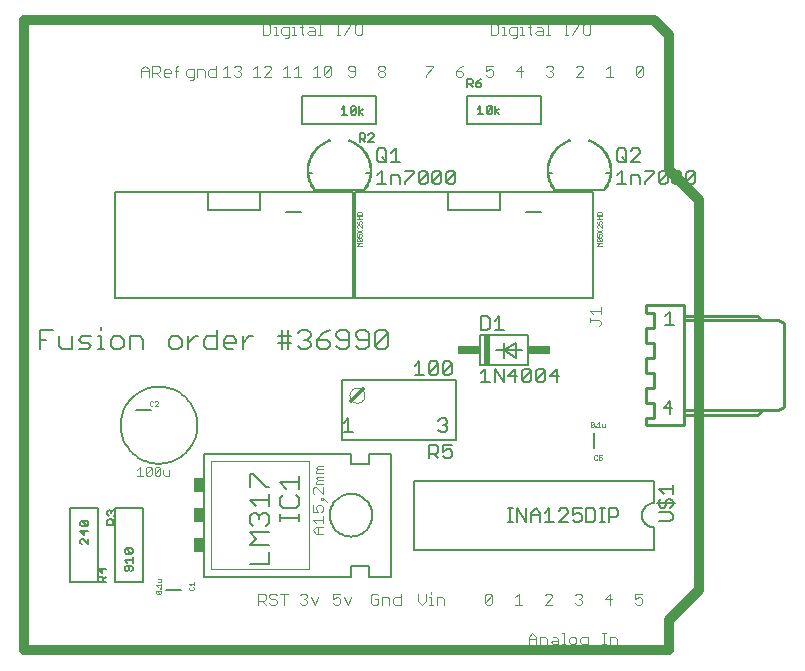
<source format=gto>
G75*
G70*
%OFA0B0*%
%FSLAX24Y24*%
%IPPOS*%
%LPD*%
%AMOC8*
5,1,8,0,0,1.08239X$1,22.5*
%
%ADD10C,0.0320*%
%ADD11C,0.0060*%
%ADD12C,0.0050*%
%ADD13C,0.0030*%
%ADD14C,0.0080*%
%ADD15C,0.0010*%
%ADD16C,0.0020*%
%ADD17C,0.0040*%
%ADD18R,0.0350X0.0500*%
%ADD19C,0.0070*%
%ADD20C,0.0100*%
%ADD21C,0.0120*%
%ADD22R,0.0200X0.1000*%
%ADD23R,0.0750X0.0300*%
D10*
X007206Y000504D02*
X007206Y021504D01*
X028206Y021504D01*
X028706Y021004D01*
X028706Y016504D01*
X029706Y015504D01*
X029706Y002504D01*
X028706Y001504D01*
X028706Y000504D01*
X007206Y000504D01*
D11*
X013206Y002954D02*
X018106Y002954D01*
X018106Y003304D01*
X018706Y003304D01*
X018706Y002954D01*
X019456Y002954D01*
X019456Y007054D01*
X018706Y007054D01*
X018706Y006704D01*
X018106Y006704D01*
X018106Y007054D01*
X013206Y007054D01*
X013206Y002954D01*
X017396Y005004D02*
X017398Y005057D01*
X017404Y005110D01*
X017414Y005162D01*
X017428Y005213D01*
X017445Y005263D01*
X017466Y005312D01*
X017491Y005359D01*
X017519Y005404D01*
X017551Y005447D01*
X017586Y005487D01*
X017623Y005524D01*
X017663Y005559D01*
X017706Y005591D01*
X017751Y005619D01*
X017798Y005644D01*
X017847Y005665D01*
X017897Y005682D01*
X017948Y005696D01*
X018000Y005706D01*
X018053Y005712D01*
X018106Y005714D01*
X018159Y005712D01*
X018212Y005706D01*
X018264Y005696D01*
X018315Y005682D01*
X018365Y005665D01*
X018414Y005644D01*
X018461Y005619D01*
X018506Y005591D01*
X018549Y005559D01*
X018589Y005524D01*
X018626Y005487D01*
X018661Y005447D01*
X018693Y005404D01*
X018721Y005359D01*
X018746Y005312D01*
X018767Y005263D01*
X018784Y005213D01*
X018798Y005162D01*
X018808Y005110D01*
X018814Y005057D01*
X018816Y005004D01*
X018814Y004951D01*
X018808Y004898D01*
X018798Y004846D01*
X018784Y004795D01*
X018767Y004745D01*
X018746Y004696D01*
X018721Y004649D01*
X018693Y004604D01*
X018661Y004561D01*
X018626Y004521D01*
X018589Y004484D01*
X018549Y004449D01*
X018506Y004417D01*
X018461Y004389D01*
X018414Y004364D01*
X018365Y004343D01*
X018315Y004326D01*
X018264Y004312D01*
X018212Y004302D01*
X018159Y004296D01*
X018106Y004294D01*
X018053Y004296D01*
X018000Y004302D01*
X017948Y004312D01*
X017897Y004326D01*
X017847Y004343D01*
X017798Y004364D01*
X017751Y004389D01*
X017706Y004417D01*
X017663Y004449D01*
X017623Y004484D01*
X017586Y004521D01*
X017551Y004561D01*
X017519Y004604D01*
X017491Y004649D01*
X017466Y004696D01*
X017445Y004745D01*
X017428Y004795D01*
X017414Y004846D01*
X017404Y004898D01*
X017398Y004951D01*
X017396Y005004D01*
X020206Y003854D02*
X020206Y006154D01*
X028206Y006154D01*
X028206Y005404D01*
X028167Y005402D01*
X028128Y005396D01*
X028090Y005387D01*
X028053Y005374D01*
X028017Y005357D01*
X027984Y005337D01*
X027952Y005313D01*
X027923Y005287D01*
X027897Y005258D01*
X027873Y005226D01*
X027853Y005193D01*
X027836Y005157D01*
X027823Y005120D01*
X027814Y005082D01*
X027808Y005043D01*
X027806Y005004D01*
X027808Y004965D01*
X027814Y004926D01*
X027823Y004888D01*
X027836Y004851D01*
X027853Y004815D01*
X027873Y004782D01*
X027897Y004750D01*
X027923Y004721D01*
X027952Y004695D01*
X027984Y004671D01*
X028017Y004651D01*
X028053Y004634D01*
X028090Y004621D01*
X028128Y004612D01*
X028167Y004606D01*
X028206Y004604D01*
X028206Y003854D01*
X020206Y003854D01*
X021606Y007504D02*
X017806Y007504D01*
X017806Y009504D01*
X021606Y009504D01*
X021606Y007504D01*
X022406Y010004D02*
X022406Y011004D01*
X024006Y011004D01*
X024006Y010004D01*
X022406Y010004D01*
X023206Y010254D02*
X023206Y010504D01*
X023206Y010754D01*
X023206Y010504D02*
X023606Y010754D01*
X023606Y010254D01*
X023206Y010504D01*
X023806Y010504D01*
X023206Y010504D02*
X022956Y010504D01*
X019335Y010641D02*
X019228Y010534D01*
X019015Y010534D01*
X018908Y010641D01*
X019335Y011068D01*
X019335Y010641D01*
X019335Y011068D02*
X019228Y011174D01*
X019015Y011174D01*
X018908Y011068D01*
X018908Y010641D01*
X018691Y010641D02*
X018691Y011068D01*
X018584Y011174D01*
X018370Y011174D01*
X018264Y011068D01*
X018264Y010961D01*
X018370Y010854D01*
X018691Y010854D01*
X018691Y010641D02*
X018584Y010534D01*
X018370Y010534D01*
X018264Y010641D01*
X018046Y010641D02*
X018046Y011068D01*
X017939Y011174D01*
X017726Y011174D01*
X017619Y011068D01*
X017619Y010961D01*
X017726Y010854D01*
X018046Y010854D01*
X018046Y010641D02*
X017939Y010534D01*
X017726Y010534D01*
X017619Y010641D01*
X017401Y010641D02*
X017401Y010747D01*
X017295Y010854D01*
X016974Y010854D01*
X016974Y010641D01*
X017081Y010534D01*
X017295Y010534D01*
X017401Y010641D01*
X017188Y011068D02*
X016974Y010854D01*
X016757Y010747D02*
X016757Y010641D01*
X016650Y010534D01*
X016437Y010534D01*
X016330Y010641D01*
X016112Y010747D02*
X015685Y010747D01*
X015685Y010961D02*
X016006Y010961D01*
X016112Y010961D01*
X016006Y011174D02*
X016006Y010534D01*
X015792Y010534D02*
X015792Y011174D01*
X016330Y011068D02*
X016437Y011174D01*
X016650Y011174D01*
X016757Y011068D01*
X016757Y010961D01*
X016650Y010854D01*
X016757Y010747D01*
X016650Y010854D02*
X016543Y010854D01*
X017188Y011068D02*
X017401Y011174D01*
X014824Y010961D02*
X014717Y010961D01*
X014504Y010747D01*
X014504Y010534D02*
X014504Y010961D01*
X014286Y010854D02*
X014286Y010747D01*
X013859Y010747D01*
X013859Y010641D02*
X013859Y010854D01*
X013966Y010961D01*
X014180Y010961D01*
X014286Y010854D01*
X014180Y010534D02*
X013966Y010534D01*
X013859Y010641D01*
X013642Y010534D02*
X013321Y010534D01*
X013215Y010641D01*
X013215Y010854D01*
X013321Y010961D01*
X013642Y010961D01*
X013642Y011174D02*
X013642Y010534D01*
X012998Y010961D02*
X012891Y010961D01*
X012678Y010747D01*
X012678Y010534D02*
X012678Y010961D01*
X012460Y010854D02*
X012353Y010961D01*
X012140Y010961D01*
X012033Y010854D01*
X012033Y010641D01*
X012140Y010534D01*
X012353Y010534D01*
X012460Y010641D01*
X012460Y010854D01*
X011171Y010854D02*
X011171Y010534D01*
X011171Y010854D02*
X011064Y010961D01*
X010744Y010961D01*
X010744Y010534D01*
X010527Y010641D02*
X010527Y010854D01*
X010420Y010961D01*
X010206Y010961D01*
X010100Y010854D01*
X010100Y010641D01*
X010206Y010534D01*
X010420Y010534D01*
X010527Y010641D01*
X009883Y010534D02*
X009670Y010534D01*
X009777Y010534D02*
X009777Y010961D01*
X009670Y010961D01*
X009452Y010961D02*
X009132Y010961D01*
X009025Y010854D01*
X009132Y010747D01*
X009346Y010747D01*
X009452Y010641D01*
X009346Y010534D01*
X009025Y010534D01*
X008808Y010534D02*
X008808Y010961D01*
X008381Y010961D02*
X008381Y010641D01*
X008488Y010534D01*
X008808Y010534D01*
X007950Y010854D02*
X007736Y010854D01*
X007736Y010534D02*
X007736Y011174D01*
X008163Y011174D01*
X009777Y011174D02*
X009777Y011281D01*
X016881Y015854D02*
X018531Y015854D01*
X018594Y016404D02*
X018752Y016404D01*
X016819Y016404D02*
X016661Y016404D01*
X024661Y016404D02*
X024819Y016404D01*
X024881Y015854D02*
X026531Y015854D01*
X026594Y016404D02*
X026752Y016404D01*
D12*
X026981Y016329D02*
X027131Y016479D01*
X027131Y016029D01*
X026981Y016029D02*
X027282Y016029D01*
X027442Y016029D02*
X027442Y016329D01*
X027667Y016329D01*
X027742Y016254D01*
X027742Y016029D01*
X027902Y016029D02*
X027902Y016104D01*
X028202Y016404D01*
X028202Y016479D01*
X027902Y016479D01*
X028362Y016404D02*
X028437Y016479D01*
X028588Y016479D01*
X028663Y016404D01*
X028362Y016104D01*
X028437Y016029D01*
X028588Y016029D01*
X028663Y016104D01*
X028663Y016404D01*
X028823Y016404D02*
X028898Y016479D01*
X029048Y016479D01*
X029123Y016404D01*
X028823Y016104D01*
X028898Y016029D01*
X029048Y016029D01*
X029123Y016104D01*
X029123Y016404D01*
X029283Y016404D02*
X029358Y016479D01*
X029508Y016479D01*
X029583Y016404D01*
X029283Y016104D01*
X029358Y016029D01*
X029508Y016029D01*
X029583Y016104D01*
X029583Y016404D01*
X029283Y016404D02*
X029283Y016104D01*
X028823Y016104D02*
X028823Y016404D01*
X028362Y016404D02*
X028362Y016104D01*
X027742Y016779D02*
X027442Y016779D01*
X027742Y017079D01*
X027742Y017154D01*
X027667Y017229D01*
X027517Y017229D01*
X027442Y017154D01*
X027282Y017154D02*
X027282Y016854D01*
X027206Y016779D01*
X027056Y016779D01*
X026981Y016854D01*
X026981Y017154D01*
X027056Y017229D01*
X027206Y017229D01*
X027282Y017154D01*
X027131Y016929D02*
X027282Y016779D01*
X023056Y018379D02*
X022921Y018469D01*
X023056Y018559D01*
X022921Y018649D02*
X022921Y018379D01*
X022806Y018424D02*
X022806Y018604D01*
X022626Y018424D01*
X022671Y018379D01*
X022761Y018379D01*
X022806Y018424D01*
X022626Y018424D02*
X022626Y018604D01*
X022671Y018649D01*
X022761Y018649D01*
X022806Y018604D01*
X022511Y018379D02*
X022331Y018379D01*
X022421Y018379D02*
X022421Y018649D01*
X022331Y018559D01*
X022321Y019279D02*
X022411Y019279D01*
X022456Y019324D01*
X022456Y019369D01*
X022411Y019414D01*
X022276Y019414D01*
X022276Y019324D01*
X022321Y019279D01*
X022276Y019414D02*
X022366Y019504D01*
X022456Y019549D01*
X022161Y019504D02*
X022161Y019414D01*
X022116Y019369D01*
X021981Y019369D01*
X021981Y019279D02*
X021981Y019549D01*
X022116Y019549D01*
X022161Y019504D01*
X022071Y019369D02*
X022161Y019279D01*
X019592Y017229D02*
X019592Y016779D01*
X019442Y016779D02*
X019742Y016779D01*
X019442Y017079D02*
X019592Y017229D01*
X019282Y017154D02*
X019282Y016854D01*
X019206Y016779D01*
X019056Y016779D01*
X018981Y016854D01*
X018981Y017154D01*
X019056Y017229D01*
X019206Y017229D01*
X019282Y017154D01*
X019131Y016929D02*
X019282Y016779D01*
X019131Y016479D02*
X019131Y016029D01*
X018981Y016029D02*
X019282Y016029D01*
X019442Y016029D02*
X019442Y016329D01*
X019667Y016329D01*
X019742Y016254D01*
X019742Y016029D01*
X019902Y016029D02*
X019902Y016104D01*
X020202Y016404D01*
X020202Y016479D01*
X019902Y016479D01*
X020362Y016404D02*
X020362Y016104D01*
X020663Y016404D01*
X020663Y016104D01*
X020588Y016029D01*
X020437Y016029D01*
X020362Y016104D01*
X020823Y016104D02*
X021123Y016404D01*
X021123Y016104D01*
X021048Y016029D01*
X020898Y016029D01*
X020823Y016104D01*
X020823Y016404D01*
X020898Y016479D01*
X021048Y016479D01*
X021123Y016404D01*
X021283Y016404D02*
X021358Y016479D01*
X021508Y016479D01*
X021583Y016404D01*
X021283Y016104D01*
X021358Y016029D01*
X021508Y016029D01*
X021583Y016104D01*
X021583Y016404D01*
X021283Y016404D02*
X021283Y016104D01*
X020663Y016404D02*
X020588Y016479D01*
X020437Y016479D01*
X020362Y016404D01*
X019131Y016479D02*
X018981Y016329D01*
X018867Y017459D02*
X018687Y017459D01*
X018867Y017639D01*
X018867Y017684D01*
X018822Y017729D01*
X018732Y017729D01*
X018687Y017684D01*
X018572Y017684D02*
X018572Y017594D01*
X018527Y017549D01*
X018392Y017549D01*
X018482Y017549D02*
X018572Y017459D01*
X018392Y017459D02*
X018392Y017729D01*
X018527Y017729D01*
X018572Y017684D01*
X018521Y018359D02*
X018386Y018449D01*
X018521Y018539D01*
X018386Y018629D02*
X018386Y018359D01*
X018271Y018404D02*
X018271Y018584D01*
X018091Y018404D01*
X018136Y018359D01*
X018226Y018359D01*
X018271Y018404D01*
X018091Y018404D02*
X018091Y018584D01*
X018136Y018629D01*
X018226Y018629D01*
X018271Y018584D01*
X017977Y018359D02*
X017796Y018359D01*
X017886Y018359D02*
X017886Y018629D01*
X017796Y018539D01*
X022431Y011629D02*
X022656Y011629D01*
X022732Y011554D01*
X022732Y011254D01*
X022656Y011179D01*
X022431Y011179D01*
X022431Y011629D01*
X022892Y011479D02*
X023042Y011629D01*
X023042Y011179D01*
X022892Y011179D02*
X023192Y011179D01*
X021461Y010054D02*
X021161Y009754D01*
X021236Y009679D01*
X021386Y009679D01*
X021461Y009754D01*
X021461Y010054D01*
X021386Y010129D01*
X021236Y010129D01*
X021161Y010054D01*
X021161Y009754D01*
X021001Y009754D02*
X020926Y009679D01*
X020776Y009679D01*
X020701Y009754D01*
X021001Y010054D01*
X021001Y009754D01*
X020701Y009754D02*
X020701Y010054D01*
X020776Y010129D01*
X020926Y010129D01*
X021001Y010054D01*
X020540Y009679D02*
X020240Y009679D01*
X020390Y009679D02*
X020390Y010129D01*
X020240Y009979D01*
X022431Y009729D02*
X022581Y009879D01*
X022581Y009429D01*
X022431Y009429D02*
X022732Y009429D01*
X022892Y009429D02*
X022892Y009879D01*
X023192Y009429D01*
X023192Y009879D01*
X023352Y009654D02*
X023652Y009654D01*
X023812Y009504D02*
X024113Y009804D01*
X024113Y009504D01*
X024038Y009429D01*
X023887Y009429D01*
X023812Y009504D01*
X023812Y009804D01*
X023887Y009879D01*
X024038Y009879D01*
X024113Y009804D01*
X024273Y009804D02*
X024348Y009879D01*
X024498Y009879D01*
X024573Y009804D01*
X024273Y009504D01*
X024348Y009429D01*
X024498Y009429D01*
X024573Y009504D01*
X024573Y009804D01*
X024733Y009654D02*
X025033Y009654D01*
X024958Y009429D02*
X024958Y009879D01*
X024733Y009654D01*
X024273Y009504D02*
X024273Y009804D01*
X023577Y009879D02*
X023577Y009429D01*
X023352Y009654D02*
X023577Y009879D01*
X021321Y008154D02*
X021246Y008229D01*
X021096Y008229D01*
X021021Y008154D01*
X021171Y008004D02*
X021246Y008004D01*
X021321Y007929D01*
X021321Y007854D01*
X021246Y007779D01*
X021096Y007779D01*
X021021Y007854D01*
X021246Y008004D02*
X021321Y008079D01*
X021321Y008154D01*
X021171Y007349D02*
X021171Y007124D01*
X021321Y007199D01*
X021396Y007199D01*
X021471Y007124D01*
X021471Y006974D01*
X021396Y006899D01*
X021246Y006899D01*
X021171Y006974D01*
X021011Y006899D02*
X020861Y007049D01*
X020936Y007049D02*
X020711Y007049D01*
X020711Y006899D02*
X020711Y007349D01*
X020936Y007349D01*
X021011Y007274D01*
X021011Y007124D01*
X020936Y007049D01*
X021171Y007349D02*
X021471Y007349D01*
X023345Y005229D02*
X023495Y005229D01*
X023420Y005229D02*
X023420Y004779D01*
X023345Y004779D02*
X023495Y004779D01*
X023652Y004779D02*
X023652Y005229D01*
X023952Y004779D01*
X023952Y005229D01*
X024112Y005079D02*
X024262Y005229D01*
X024412Y005079D01*
X024412Y004779D01*
X024572Y004779D02*
X024873Y004779D01*
X024722Y004779D02*
X024722Y005229D01*
X024572Y005079D01*
X024412Y005004D02*
X024112Y005004D01*
X024112Y005079D02*
X024112Y004779D01*
X025033Y004779D02*
X025333Y005079D01*
X025333Y005154D01*
X025258Y005229D01*
X025108Y005229D01*
X025033Y005154D01*
X025493Y005229D02*
X025493Y005004D01*
X025643Y005079D01*
X025718Y005079D01*
X025793Y005004D01*
X025793Y004854D01*
X025718Y004779D01*
X025568Y004779D01*
X025493Y004854D01*
X025333Y004779D02*
X025033Y004779D01*
X025493Y005229D02*
X025793Y005229D01*
X025953Y005229D02*
X026179Y005229D01*
X026254Y005154D01*
X026254Y004854D01*
X026179Y004779D01*
X025953Y004779D01*
X025953Y005229D01*
X026414Y005229D02*
X026564Y005229D01*
X026489Y005229D02*
X026489Y004779D01*
X026414Y004779D02*
X026564Y004779D01*
X026721Y004779D02*
X026721Y005229D01*
X026946Y005229D01*
X027021Y005154D01*
X027021Y005004D01*
X026946Y004929D01*
X026721Y004929D01*
X028306Y005408D02*
X028906Y005408D01*
X028831Y005333D02*
X028831Y005483D01*
X028756Y005558D01*
X028681Y005558D01*
X028606Y005483D01*
X028606Y005333D01*
X028531Y005258D01*
X028456Y005258D01*
X028381Y005333D01*
X028381Y005483D01*
X028456Y005558D01*
X028531Y005719D02*
X028381Y005869D01*
X028831Y005869D01*
X028831Y005719D02*
X028831Y006019D01*
X028831Y005333D02*
X028756Y005258D01*
X028756Y005098D02*
X028381Y005098D01*
X028381Y004798D02*
X028756Y004798D01*
X028831Y004873D01*
X028831Y005023D01*
X028756Y005098D01*
X018171Y007779D02*
X017871Y007779D01*
X018021Y007779D02*
X018021Y008229D01*
X017871Y008079D01*
X010831Y003853D02*
X010831Y003763D01*
X010786Y003718D01*
X010606Y003898D01*
X010786Y003898D01*
X010831Y003853D01*
X010786Y003718D02*
X010606Y003718D01*
X010561Y003763D01*
X010561Y003853D01*
X010606Y003898D01*
X010831Y003604D02*
X010831Y003424D01*
X010831Y003514D02*
X010561Y003514D01*
X010651Y003424D01*
X010606Y003309D02*
X010561Y003264D01*
X010561Y003174D01*
X010606Y003129D01*
X010651Y003129D01*
X010696Y003174D01*
X010696Y003309D01*
X010786Y003309D02*
X010606Y003309D01*
X010786Y003309D02*
X010831Y003264D01*
X010831Y003174D01*
X010786Y003129D01*
X009931Y003209D02*
X009661Y003209D01*
X009796Y003074D01*
X009796Y003254D01*
X009796Y002959D02*
X009841Y002914D01*
X009841Y002779D01*
X009841Y002869D02*
X009931Y002959D01*
X009796Y002959D02*
X009706Y002959D01*
X009661Y002914D01*
X009661Y002779D01*
X009931Y002779D01*
X009351Y004045D02*
X009171Y004225D01*
X009126Y004225D01*
X009081Y004180D01*
X009081Y004090D01*
X009126Y004045D01*
X009351Y004045D02*
X009351Y004225D01*
X009216Y004340D02*
X009216Y004520D01*
X009351Y004475D02*
X009081Y004475D01*
X009216Y004340D01*
X009126Y004634D02*
X009081Y004679D01*
X009081Y004769D01*
X009126Y004814D01*
X009306Y004634D01*
X009351Y004679D01*
X009351Y004769D01*
X009306Y004814D01*
X009126Y004814D01*
X009126Y004634D02*
X009306Y004634D01*
X009981Y004690D02*
X009981Y004825D01*
X010026Y004870D01*
X010116Y004870D01*
X010161Y004825D01*
X010161Y004690D01*
X010161Y004780D02*
X010251Y004870D01*
X010206Y004984D02*
X010251Y005029D01*
X010251Y005119D01*
X010206Y005164D01*
X010161Y005164D01*
X010116Y005119D01*
X010116Y005074D01*
X010116Y005119D02*
X010071Y005164D01*
X010026Y005164D01*
X009981Y005119D01*
X009981Y005029D01*
X010026Y004984D01*
X009981Y004690D02*
X010251Y004690D01*
D13*
X010971Y006319D02*
X011165Y006319D01*
X011068Y006319D02*
X011068Y006609D01*
X010971Y006512D01*
X011266Y006561D02*
X011314Y006609D01*
X011411Y006609D01*
X011459Y006561D01*
X011266Y006367D01*
X011314Y006319D01*
X011411Y006319D01*
X011459Y006367D01*
X011459Y006561D01*
X011561Y006561D02*
X011609Y006609D01*
X011706Y006609D01*
X011754Y006561D01*
X011561Y006367D01*
X011609Y006319D01*
X011706Y006319D01*
X011754Y006367D01*
X011754Y006561D01*
X011855Y006512D02*
X011855Y006367D01*
X011904Y006319D01*
X012049Y006319D01*
X012049Y006512D01*
X011561Y006561D02*
X011561Y006367D01*
X011266Y006367D02*
X011266Y006561D01*
X015017Y002389D02*
X015202Y002389D01*
X015264Y002328D01*
X015264Y002204D01*
X015202Y002142D01*
X015017Y002142D01*
X015017Y002019D02*
X015017Y002389D01*
X015141Y002142D02*
X015264Y002019D01*
X015386Y002081D02*
X015447Y002019D01*
X015571Y002019D01*
X015632Y002081D01*
X015632Y002142D01*
X015571Y002204D01*
X015447Y002204D01*
X015386Y002266D01*
X015386Y002328D01*
X015447Y002389D01*
X015571Y002389D01*
X015632Y002328D01*
X015754Y002389D02*
X016001Y002389D01*
X015877Y002389D02*
X015877Y002019D01*
X016403Y002081D02*
X016465Y002019D01*
X016588Y002019D01*
X016650Y002081D01*
X016650Y002142D01*
X016588Y002204D01*
X016527Y002204D01*
X016588Y002204D02*
X016650Y002266D01*
X016650Y002328D01*
X016588Y002389D01*
X016465Y002389D01*
X016403Y002328D01*
X016772Y002266D02*
X016895Y002019D01*
X017018Y002266D01*
X017503Y002204D02*
X017627Y002266D01*
X017688Y002266D01*
X017750Y002204D01*
X017750Y002081D01*
X017688Y002019D01*
X017565Y002019D01*
X017503Y002081D01*
X017503Y002204D02*
X017503Y002389D01*
X017750Y002389D01*
X017872Y002266D02*
X017995Y002019D01*
X018118Y002266D01*
X018775Y002328D02*
X018775Y002081D01*
X018837Y002019D01*
X018960Y002019D01*
X019022Y002081D01*
X019022Y002204D01*
X018899Y002204D01*
X019022Y002328D02*
X018960Y002389D01*
X018837Y002389D01*
X018775Y002328D01*
X019144Y002266D02*
X019144Y002019D01*
X019390Y002019D02*
X019390Y002204D01*
X019329Y002266D01*
X019144Y002266D01*
X019512Y002204D02*
X019512Y002081D01*
X019574Y002019D01*
X019759Y002019D01*
X019759Y002389D01*
X019759Y002266D02*
X019574Y002266D01*
X019512Y002204D01*
X020353Y002142D02*
X020477Y002019D01*
X020600Y002142D01*
X020600Y002389D01*
X020722Y002266D02*
X020783Y002266D01*
X020783Y002019D01*
X020722Y002019D02*
X020845Y002019D01*
X020967Y002019D02*
X020967Y002266D01*
X021152Y002266D01*
X021214Y002204D01*
X021214Y002019D01*
X020783Y002389D02*
X020783Y002451D01*
X020353Y002389D02*
X020353Y002142D01*
X022571Y002081D02*
X022818Y002328D01*
X022818Y002081D01*
X022756Y002019D01*
X022633Y002019D01*
X022571Y002081D01*
X022571Y002328D01*
X022633Y002389D01*
X022756Y002389D01*
X022818Y002328D01*
X023571Y002266D02*
X023695Y002389D01*
X023695Y002019D01*
X023818Y002019D02*
X023571Y002019D01*
X024571Y002019D02*
X024818Y002266D01*
X024818Y002328D01*
X024756Y002389D01*
X024633Y002389D01*
X024571Y002328D01*
X024571Y002019D02*
X024818Y002019D01*
X025571Y002081D02*
X025633Y002019D01*
X025756Y002019D01*
X025818Y002081D01*
X025818Y002142D01*
X025756Y002204D01*
X025695Y002204D01*
X025756Y002204D02*
X025818Y002266D01*
X025818Y002328D01*
X025756Y002389D01*
X025633Y002389D01*
X025571Y002328D01*
X026571Y002204D02*
X026818Y002204D01*
X026756Y002019D02*
X026756Y002389D01*
X026571Y002204D01*
X027571Y002204D02*
X027695Y002266D01*
X027756Y002266D01*
X027818Y002204D01*
X027818Y002081D01*
X027756Y002019D01*
X027633Y002019D01*
X027571Y002081D01*
X027571Y002204D02*
X027571Y002389D01*
X027818Y002389D01*
X026911Y000948D02*
X026726Y000948D01*
X026726Y000701D01*
X026604Y000701D02*
X026481Y000701D01*
X026542Y000701D02*
X026542Y001071D01*
X026481Y001071D02*
X026604Y001071D01*
X026911Y000948D02*
X026973Y000886D01*
X026973Y000701D01*
X025991Y000701D02*
X025806Y000701D01*
X025744Y000763D01*
X025744Y000886D01*
X025806Y000948D01*
X025991Y000948D01*
X025991Y000639D01*
X025929Y000578D01*
X025867Y000578D01*
X025623Y000763D02*
X025623Y000886D01*
X025561Y000948D01*
X025437Y000948D01*
X025376Y000886D01*
X025376Y000763D01*
X025437Y000701D01*
X025561Y000701D01*
X025623Y000763D01*
X025254Y000701D02*
X025130Y000701D01*
X025192Y000701D02*
X025192Y001071D01*
X025130Y001071D01*
X024947Y000948D02*
X025009Y000886D01*
X025009Y000701D01*
X024824Y000701D01*
X024762Y000763D01*
X024824Y000824D01*
X025009Y000824D01*
X024947Y000948D02*
X024824Y000948D01*
X024640Y000886D02*
X024640Y000701D01*
X024640Y000886D02*
X024579Y000948D01*
X024394Y000948D01*
X024394Y000701D01*
X024272Y000701D02*
X024272Y000948D01*
X024149Y001071D01*
X024025Y000948D01*
X024025Y000701D01*
X024025Y000886D02*
X024272Y000886D01*
X012802Y019496D02*
X012740Y019496D01*
X012802Y019496D02*
X012863Y019557D01*
X012863Y019866D01*
X012678Y019866D01*
X012616Y019804D01*
X012616Y019681D01*
X012678Y019619D01*
X012863Y019619D01*
X012985Y019619D02*
X012985Y019866D01*
X013170Y019866D01*
X013232Y019804D01*
X013232Y019619D01*
X013353Y019681D02*
X013353Y019804D01*
X013415Y019866D01*
X013600Y019866D01*
X013600Y019989D02*
X013600Y019619D01*
X013415Y019619D01*
X013353Y019681D01*
X013835Y019619D02*
X014082Y019619D01*
X013958Y019619D02*
X013958Y019989D01*
X013835Y019866D01*
X014203Y019928D02*
X014265Y019989D01*
X014388Y019989D01*
X014450Y019928D01*
X014450Y019866D01*
X014388Y019804D01*
X014450Y019742D01*
X014450Y019681D01*
X014388Y019619D01*
X014265Y019619D01*
X014203Y019681D01*
X014326Y019804D02*
X014388Y019804D01*
X014835Y019866D02*
X014958Y019989D01*
X014958Y019619D01*
X014835Y019619D02*
X015082Y019619D01*
X015203Y019619D02*
X015450Y019866D01*
X015450Y019928D01*
X015388Y019989D01*
X015265Y019989D01*
X015203Y019928D01*
X015203Y019619D02*
X015450Y019619D01*
X015835Y019619D02*
X016082Y019619D01*
X016203Y019619D02*
X016450Y019619D01*
X016326Y019619D02*
X016326Y019989D01*
X016203Y019866D01*
X015958Y019989D02*
X015958Y019619D01*
X015835Y019866D02*
X015958Y019989D01*
X016835Y019866D02*
X016958Y019989D01*
X016958Y019619D01*
X016835Y019619D02*
X017082Y019619D01*
X017203Y019681D02*
X017450Y019928D01*
X017450Y019681D01*
X017388Y019619D01*
X017265Y019619D01*
X017203Y019681D01*
X017203Y019928D01*
X017265Y019989D01*
X017388Y019989D01*
X017450Y019928D01*
X018003Y019928D02*
X018003Y019866D01*
X018065Y019804D01*
X018250Y019804D01*
X018250Y019681D02*
X018250Y019928D01*
X018188Y019989D01*
X018065Y019989D01*
X018003Y019928D01*
X018003Y019681D02*
X018065Y019619D01*
X018188Y019619D01*
X018250Y019681D01*
X019003Y019681D02*
X019003Y019742D01*
X019065Y019804D01*
X019188Y019804D01*
X019250Y019742D01*
X019250Y019681D01*
X019188Y019619D01*
X019065Y019619D01*
X019003Y019681D01*
X019065Y019804D02*
X019003Y019866D01*
X019003Y019928D01*
X019065Y019989D01*
X019188Y019989D01*
X019250Y019928D01*
X019250Y019866D01*
X019188Y019804D01*
X020603Y019681D02*
X020603Y019619D01*
X020603Y019681D02*
X020850Y019928D01*
X020850Y019989D01*
X020603Y019989D01*
X021603Y019804D02*
X021788Y019804D01*
X021850Y019742D01*
X021850Y019681D01*
X021788Y019619D01*
X021665Y019619D01*
X021603Y019681D01*
X021603Y019804D01*
X021726Y019928D01*
X021850Y019989D01*
X022603Y019989D02*
X022603Y019804D01*
X022726Y019866D01*
X022788Y019866D01*
X022850Y019804D01*
X022850Y019681D01*
X022788Y019619D01*
X022665Y019619D01*
X022603Y019681D01*
X022603Y019989D02*
X022850Y019989D01*
X023603Y019804D02*
X023850Y019804D01*
X023788Y019619D02*
X023788Y019989D01*
X023603Y019804D01*
X024603Y019681D02*
X024665Y019619D01*
X024788Y019619D01*
X024850Y019681D01*
X024850Y019742D01*
X024788Y019804D01*
X024726Y019804D01*
X024788Y019804D02*
X024850Y019866D01*
X024850Y019928D01*
X024788Y019989D01*
X024665Y019989D01*
X024603Y019928D01*
X025603Y019928D02*
X025665Y019989D01*
X025788Y019989D01*
X025850Y019928D01*
X025850Y019866D01*
X025603Y019619D01*
X025850Y019619D01*
X026603Y019619D02*
X026850Y019619D01*
X026726Y019619D02*
X026726Y019989D01*
X026603Y019866D01*
X027603Y019928D02*
X027603Y019681D01*
X027850Y019928D01*
X027850Y019681D01*
X027788Y019619D01*
X027665Y019619D01*
X027603Y019681D01*
X027603Y019928D02*
X027665Y019989D01*
X027788Y019989D01*
X027850Y019928D01*
X026087Y021081D02*
X026087Y021328D01*
X026026Y021389D01*
X025902Y021389D01*
X025840Y021328D01*
X025840Y021081D01*
X025902Y021019D01*
X026026Y021019D01*
X026087Y021081D01*
X025719Y021389D02*
X025472Y021019D01*
X025350Y021019D02*
X025227Y021019D01*
X025288Y021019D02*
X025288Y021389D01*
X025227Y021389D02*
X025350Y021389D01*
X024674Y021389D02*
X024674Y021019D01*
X024613Y021019D02*
X024736Y021019D01*
X024491Y021019D02*
X024491Y021204D01*
X024430Y021266D01*
X024306Y021266D01*
X024306Y021142D02*
X024491Y021142D01*
X024491Y021019D02*
X024306Y021019D01*
X024244Y021081D01*
X024306Y021142D01*
X024122Y021019D02*
X024061Y021081D01*
X024061Y021328D01*
X024122Y021266D02*
X023999Y021266D01*
X023815Y021266D02*
X023815Y021019D01*
X023753Y021019D02*
X023877Y021019D01*
X023632Y021019D02*
X023447Y021019D01*
X023385Y021081D01*
X023385Y021204D01*
X023447Y021266D01*
X023632Y021266D01*
X023632Y020957D01*
X023570Y020896D01*
X023509Y020896D01*
X023263Y021019D02*
X023140Y021019D01*
X023201Y021019D02*
X023201Y021266D01*
X023140Y021266D01*
X023018Y021328D02*
X022956Y021389D01*
X022771Y021389D01*
X022771Y021019D01*
X022956Y021019D01*
X023018Y021081D01*
X023018Y021328D01*
X023201Y021389D02*
X023201Y021451D01*
X023753Y021266D02*
X023815Y021266D01*
X023815Y021389D02*
X023815Y021451D01*
X024613Y021389D02*
X024674Y021389D01*
X018487Y021328D02*
X018487Y021081D01*
X018426Y021019D01*
X018302Y021019D01*
X018240Y021081D01*
X018240Y021328D01*
X018302Y021389D01*
X018426Y021389D01*
X018487Y021328D01*
X018119Y021389D02*
X017872Y021019D01*
X017750Y021019D02*
X017627Y021019D01*
X017688Y021019D02*
X017688Y021389D01*
X017627Y021389D02*
X017750Y021389D01*
X017074Y021389D02*
X017074Y021019D01*
X017013Y021019D02*
X017136Y021019D01*
X016891Y021019D02*
X016891Y021204D01*
X016830Y021266D01*
X016706Y021266D01*
X016706Y021142D02*
X016891Y021142D01*
X016891Y021019D02*
X016706Y021019D01*
X016644Y021081D01*
X016706Y021142D01*
X016522Y021019D02*
X016461Y021081D01*
X016461Y021328D01*
X016522Y021266D02*
X016399Y021266D01*
X016215Y021266D02*
X016215Y021019D01*
X016153Y021019D02*
X016277Y021019D01*
X016032Y021019D02*
X015847Y021019D01*
X015785Y021081D01*
X015785Y021204D01*
X015847Y021266D01*
X016032Y021266D01*
X016032Y020957D01*
X015970Y020896D01*
X015909Y020896D01*
X015663Y021019D02*
X015540Y021019D01*
X015601Y021019D02*
X015601Y021266D01*
X015540Y021266D01*
X015418Y021328D02*
X015356Y021389D01*
X015171Y021389D01*
X015171Y021019D01*
X015356Y021019D01*
X015418Y021081D01*
X015418Y021328D01*
X015601Y021389D02*
X015601Y021451D01*
X016153Y021266D02*
X016215Y021266D01*
X016215Y021389D02*
X016215Y021451D01*
X017013Y021389D02*
X017074Y021389D01*
X012349Y019989D02*
X012287Y019928D01*
X012287Y019619D01*
X012226Y019804D02*
X012349Y019804D01*
X012104Y019804D02*
X012104Y019742D01*
X011857Y019742D01*
X011857Y019681D02*
X011857Y019804D01*
X011919Y019866D01*
X012043Y019866D01*
X012104Y019804D01*
X012043Y019619D02*
X011919Y019619D01*
X011857Y019681D01*
X011736Y019619D02*
X011613Y019742D01*
X011674Y019742D02*
X011489Y019742D01*
X011489Y019619D02*
X011489Y019989D01*
X011674Y019989D01*
X011736Y019928D01*
X011736Y019804D01*
X011674Y019742D01*
X011368Y019804D02*
X011121Y019804D01*
X011121Y019866D02*
X011121Y019619D01*
X011368Y019619D02*
X011368Y019866D01*
X011244Y019989D01*
X011121Y019866D01*
D14*
X016466Y018976D02*
X016466Y018031D01*
X018946Y018031D01*
X018946Y018976D01*
X016466Y018976D01*
X015072Y015776D02*
X013340Y015776D01*
X013340Y015185D01*
X015072Y015185D01*
X015072Y015776D01*
X018183Y015776D01*
X018183Y012272D01*
X018183Y012232D02*
X010230Y012232D01*
X010230Y015776D01*
X013340Y015776D01*
X015956Y015096D02*
X016456Y015096D01*
X018230Y015776D02*
X018230Y012232D01*
X026183Y012232D01*
X026183Y012272D02*
X026183Y015776D01*
X023072Y015776D01*
X023072Y015185D01*
X021340Y015185D01*
X021340Y015776D01*
X023072Y015776D01*
X023956Y015096D02*
X024456Y015096D01*
X021340Y015776D02*
X018230Y015776D01*
X021966Y018031D02*
X024446Y018031D01*
X024446Y018976D01*
X021966Y018976D01*
X021966Y018031D01*
X011456Y008504D02*
X010956Y008504D01*
X010426Y008004D02*
X010428Y008075D01*
X010434Y008146D01*
X010444Y008217D01*
X010458Y008286D01*
X010475Y008355D01*
X010497Y008423D01*
X010522Y008490D01*
X010551Y008555D01*
X010583Y008618D01*
X010619Y008680D01*
X010658Y008739D01*
X010701Y008796D01*
X010746Y008851D01*
X010795Y008903D01*
X010846Y008952D01*
X010900Y008998D01*
X010957Y009042D01*
X011015Y009082D01*
X011076Y009118D01*
X011139Y009152D01*
X011204Y009181D01*
X011270Y009207D01*
X011338Y009230D01*
X011406Y009248D01*
X011476Y009263D01*
X011546Y009274D01*
X011617Y009281D01*
X011688Y009284D01*
X011759Y009283D01*
X011830Y009278D01*
X011901Y009269D01*
X011971Y009256D01*
X012040Y009240D01*
X012108Y009219D01*
X012175Y009195D01*
X012241Y009167D01*
X012304Y009135D01*
X012366Y009100D01*
X012426Y009062D01*
X012484Y009020D01*
X012539Y008976D01*
X012592Y008928D01*
X012642Y008877D01*
X012689Y008824D01*
X012733Y008768D01*
X012774Y008710D01*
X012812Y008649D01*
X012846Y008587D01*
X012876Y008522D01*
X012903Y008457D01*
X012927Y008389D01*
X012946Y008321D01*
X012962Y008252D01*
X012974Y008181D01*
X012982Y008111D01*
X012986Y008040D01*
X012986Y007968D01*
X012982Y007897D01*
X012974Y007827D01*
X012962Y007756D01*
X012946Y007687D01*
X012927Y007619D01*
X012903Y007551D01*
X012876Y007486D01*
X012846Y007421D01*
X012812Y007359D01*
X012774Y007298D01*
X012733Y007240D01*
X012689Y007184D01*
X012642Y007131D01*
X012592Y007080D01*
X012539Y007032D01*
X012484Y006988D01*
X012426Y006946D01*
X012366Y006908D01*
X012304Y006873D01*
X012241Y006841D01*
X012175Y006813D01*
X012108Y006789D01*
X012040Y006768D01*
X011971Y006752D01*
X011901Y006739D01*
X011830Y006730D01*
X011759Y006725D01*
X011688Y006724D01*
X011617Y006727D01*
X011546Y006734D01*
X011476Y006745D01*
X011406Y006760D01*
X011338Y006778D01*
X011270Y006801D01*
X011204Y006827D01*
X011139Y006856D01*
X011076Y006890D01*
X011015Y006926D01*
X010957Y006966D01*
X010900Y007010D01*
X010846Y007056D01*
X010795Y007105D01*
X010746Y007157D01*
X010701Y007212D01*
X010658Y007269D01*
X010619Y007328D01*
X010583Y007390D01*
X010551Y007453D01*
X010522Y007518D01*
X010497Y007585D01*
X010475Y007653D01*
X010458Y007722D01*
X010444Y007791D01*
X010434Y007862D01*
X010428Y007933D01*
X010426Y008004D01*
X010234Y005244D02*
X011179Y005244D01*
X011179Y002764D01*
X010234Y002764D01*
X010234Y005244D01*
X009679Y005244D02*
X009679Y002764D01*
X008734Y002764D01*
X008734Y005244D01*
X009679Y005244D01*
X011956Y002504D02*
X012456Y002504D01*
X026206Y007254D02*
X026206Y007754D01*
D15*
X026171Y007949D02*
X026121Y007949D01*
X026096Y007974D01*
X026196Y008074D01*
X026196Y007974D01*
X026171Y007949D01*
X026243Y007949D02*
X026268Y007949D01*
X026268Y007974D01*
X026243Y007974D01*
X026243Y007949D01*
X026317Y007949D02*
X026417Y007949D01*
X026367Y007949D02*
X026367Y008099D01*
X026317Y008049D01*
X026196Y008074D02*
X026171Y008099D01*
X026121Y008099D01*
X026096Y008074D01*
X026096Y007974D01*
X026464Y007974D02*
X026489Y007949D01*
X026564Y007949D01*
X026564Y008049D01*
X026464Y008049D02*
X026464Y007974D01*
X026464Y006999D02*
X026364Y006999D01*
X026364Y006924D01*
X026414Y006949D01*
X026439Y006949D01*
X026464Y006924D01*
X026464Y006874D01*
X026439Y006849D01*
X026389Y006849D01*
X026364Y006874D01*
X026317Y006874D02*
X026292Y006849D01*
X026242Y006849D01*
X026217Y006874D01*
X026217Y006974D01*
X026242Y006999D01*
X026292Y006999D01*
X026317Y006974D01*
X026311Y013980D02*
X026361Y014030D01*
X026311Y014080D01*
X026461Y014080D01*
X026436Y014128D02*
X026336Y014228D01*
X026436Y014228D01*
X026461Y014203D01*
X026461Y014153D01*
X026436Y014128D01*
X026336Y014128D01*
X026311Y014153D01*
X026311Y014203D01*
X026336Y014228D01*
X026311Y014275D02*
X026386Y014275D01*
X026361Y014325D01*
X026361Y014350D01*
X026386Y014375D01*
X026436Y014375D01*
X026461Y014350D01*
X026461Y014300D01*
X026436Y014275D01*
X026311Y014275D02*
X026311Y014375D01*
X026311Y014422D02*
X026461Y014522D01*
X026461Y014570D02*
X026361Y014670D01*
X026336Y014670D01*
X026311Y014645D01*
X026311Y014595D01*
X026336Y014570D01*
X026311Y014522D02*
X026461Y014422D01*
X026461Y014570D02*
X026461Y014670D01*
X026436Y014717D02*
X026461Y014742D01*
X026461Y014792D01*
X026436Y014817D01*
X026411Y014817D01*
X026386Y014792D01*
X026386Y014742D01*
X026361Y014717D01*
X026336Y014717D01*
X026311Y014742D01*
X026311Y014792D01*
X026336Y014817D01*
X026311Y014864D02*
X026461Y014864D01*
X026386Y014864D02*
X026386Y014964D01*
X026311Y014964D02*
X026461Y014964D01*
X026461Y015012D02*
X026461Y015087D01*
X026436Y015112D01*
X026336Y015112D01*
X026311Y015087D01*
X026311Y015012D01*
X026461Y015012D01*
X026461Y013980D02*
X026311Y013980D01*
X026553Y015843D02*
X026514Y015874D01*
X026514Y015873D02*
X026551Y015923D01*
X026584Y015975D01*
X026614Y016029D01*
X026641Y016085D01*
X026665Y016142D01*
X026685Y016200D01*
X026701Y016260D01*
X026714Y016320D01*
X026724Y016381D01*
X026729Y016443D01*
X026731Y016505D01*
X026729Y016566D01*
X026723Y016628D01*
X026714Y016689D01*
X026701Y016749D01*
X026685Y016809D01*
X026664Y016867D01*
X026641Y016924D01*
X026614Y016980D01*
X026583Y017034D01*
X026550Y017086D01*
X026513Y017135D01*
X026474Y017183D01*
X026432Y017228D01*
X026387Y017270D01*
X026339Y017310D01*
X026289Y017347D01*
X026238Y017380D01*
X026184Y017411D01*
X026128Y017438D01*
X026071Y017462D01*
X026013Y017482D01*
X026027Y017529D01*
X026028Y017530D01*
X026089Y017508D01*
X026149Y017484D01*
X026207Y017455D01*
X026263Y017423D01*
X026318Y017388D01*
X026370Y017349D01*
X026420Y017308D01*
X026467Y017263D01*
X026511Y017216D01*
X026553Y017166D01*
X026591Y017114D01*
X026626Y017060D01*
X026658Y017003D01*
X026686Y016945D01*
X026711Y016885D01*
X026732Y016824D01*
X026750Y016761D01*
X026763Y016698D01*
X026773Y016634D01*
X026779Y016569D01*
X026781Y016505D01*
X026779Y016440D01*
X026773Y016375D01*
X026764Y016311D01*
X026750Y016248D01*
X026733Y016185D01*
X026712Y016124D01*
X026687Y016064D01*
X026659Y016006D01*
X026627Y015949D01*
X026592Y015895D01*
X026553Y015842D01*
X026546Y015848D01*
X026584Y015900D01*
X026619Y015954D01*
X026651Y016010D01*
X026679Y016068D01*
X026703Y016127D01*
X026724Y016188D01*
X026741Y016250D01*
X026755Y016313D01*
X026764Y016376D01*
X026770Y016440D01*
X026772Y016505D01*
X026770Y016569D01*
X026764Y016633D01*
X026755Y016696D01*
X026741Y016759D01*
X026724Y016821D01*
X026703Y016882D01*
X026678Y016941D01*
X026650Y016999D01*
X026619Y017055D01*
X026584Y017109D01*
X026546Y017161D01*
X026505Y017210D01*
X026461Y017257D01*
X026414Y017301D01*
X026364Y017342D01*
X026313Y017380D01*
X026259Y017415D01*
X026203Y017447D01*
X026145Y017475D01*
X026086Y017500D01*
X026025Y017521D01*
X026022Y017513D01*
X026083Y017492D01*
X026141Y017467D01*
X026199Y017439D01*
X026254Y017408D01*
X026308Y017373D01*
X026359Y017335D01*
X026408Y017294D01*
X026454Y017251D01*
X026498Y017204D01*
X026539Y017155D01*
X026576Y017104D01*
X026611Y017050D01*
X026642Y016995D01*
X026670Y016938D01*
X026694Y016879D01*
X026715Y016818D01*
X026732Y016757D01*
X026746Y016695D01*
X026755Y016632D01*
X026761Y016568D01*
X026763Y016505D01*
X026761Y016441D01*
X026755Y016377D01*
X026746Y016314D01*
X026733Y016252D01*
X026715Y016191D01*
X026695Y016130D01*
X026670Y016071D01*
X026643Y016014D01*
X026611Y015959D01*
X026577Y015905D01*
X026539Y015854D01*
X026532Y015859D01*
X026569Y015910D01*
X026604Y015963D01*
X026635Y016018D01*
X026662Y016075D01*
X026686Y016134D01*
X026707Y016193D01*
X026724Y016254D01*
X026737Y016316D01*
X026746Y016378D01*
X026752Y016441D01*
X026754Y016505D01*
X026752Y016568D01*
X026746Y016631D01*
X026737Y016693D01*
X026724Y016755D01*
X026707Y016816D01*
X026686Y016875D01*
X026662Y016934D01*
X026634Y016991D01*
X026603Y017046D01*
X026569Y017099D01*
X026531Y017150D01*
X026491Y017198D01*
X026448Y017244D01*
X026402Y017288D01*
X026353Y017328D01*
X026303Y017366D01*
X026250Y017400D01*
X026195Y017431D01*
X026138Y017459D01*
X026079Y017483D01*
X026020Y017504D01*
X026017Y017495D01*
X026076Y017475D01*
X026134Y017451D01*
X026190Y017423D01*
X026245Y017392D01*
X026297Y017358D01*
X026348Y017321D01*
X026396Y017281D01*
X026441Y017238D01*
X026484Y017192D01*
X026524Y017144D01*
X026561Y017094D01*
X026595Y017041D01*
X026626Y016986D01*
X026654Y016930D01*
X026678Y016872D01*
X026698Y016813D01*
X026715Y016753D01*
X026728Y016691D01*
X026737Y016630D01*
X026743Y016567D01*
X026745Y016505D01*
X026743Y016442D01*
X026738Y016380D01*
X026728Y016318D01*
X026715Y016256D01*
X026698Y016196D01*
X026678Y016137D01*
X026654Y016079D01*
X026627Y016023D01*
X026596Y015968D01*
X026562Y015915D01*
X026525Y015865D01*
X026518Y015870D01*
X026555Y015920D01*
X026588Y015973D01*
X026619Y016027D01*
X026646Y016083D01*
X026670Y016140D01*
X026690Y016199D01*
X026706Y016259D01*
X026719Y016319D01*
X026729Y016381D01*
X026734Y016442D01*
X026736Y016505D01*
X026734Y016567D01*
X026728Y016628D01*
X026719Y016690D01*
X026706Y016751D01*
X026689Y016810D01*
X026669Y016869D01*
X026645Y016926D01*
X026618Y016982D01*
X026588Y017036D01*
X026554Y017089D01*
X026517Y017139D01*
X026478Y017186D01*
X026435Y017232D01*
X026390Y017274D01*
X026342Y017314D01*
X026292Y017351D01*
X026240Y017385D01*
X026186Y017415D01*
X026130Y017442D01*
X026073Y017466D01*
X026014Y017487D01*
X025385Y017529D02*
X025400Y017481D01*
X025399Y017482D02*
X025341Y017462D01*
X025284Y017438D01*
X025228Y017411D01*
X025174Y017380D01*
X025123Y017347D01*
X025073Y017310D01*
X025025Y017270D01*
X024980Y017228D01*
X024938Y017183D01*
X024899Y017135D01*
X024862Y017086D01*
X024829Y017034D01*
X024798Y016980D01*
X024771Y016924D01*
X024748Y016867D01*
X024727Y016809D01*
X024711Y016749D01*
X024698Y016689D01*
X024689Y016628D01*
X024683Y016566D01*
X024681Y016505D01*
X024683Y016443D01*
X024688Y016381D01*
X024698Y016320D01*
X024711Y016260D01*
X024727Y016200D01*
X024747Y016142D01*
X024771Y016085D01*
X024798Y016029D01*
X024828Y015975D01*
X024861Y015923D01*
X024898Y015873D01*
X024859Y015843D01*
X024859Y015842D01*
X024820Y015895D01*
X024785Y015949D01*
X024753Y016006D01*
X024725Y016064D01*
X024700Y016124D01*
X024679Y016185D01*
X024662Y016248D01*
X024648Y016311D01*
X024639Y016375D01*
X024633Y016440D01*
X024631Y016505D01*
X024633Y016569D01*
X024639Y016634D01*
X024649Y016698D01*
X024662Y016761D01*
X024680Y016824D01*
X024701Y016885D01*
X024726Y016945D01*
X024754Y017003D01*
X024786Y017060D01*
X024821Y017114D01*
X024859Y017166D01*
X024901Y017216D01*
X024945Y017263D01*
X024992Y017308D01*
X025042Y017349D01*
X025094Y017388D01*
X025149Y017423D01*
X025205Y017455D01*
X025263Y017484D01*
X025323Y017508D01*
X025384Y017530D01*
X025387Y017521D01*
X025326Y017500D01*
X025267Y017475D01*
X025209Y017447D01*
X025153Y017415D01*
X025099Y017381D01*
X025048Y017342D01*
X024998Y017301D01*
X024951Y017257D01*
X024907Y017210D01*
X024866Y017161D01*
X024828Y017109D01*
X024793Y017055D01*
X024762Y016999D01*
X024734Y016941D01*
X024709Y016882D01*
X024688Y016821D01*
X024671Y016759D01*
X024657Y016696D01*
X024648Y016633D01*
X024642Y016569D01*
X024640Y016505D01*
X024642Y016440D01*
X024648Y016376D01*
X024657Y016313D01*
X024671Y016250D01*
X024688Y016188D01*
X024709Y016127D01*
X024733Y016068D01*
X024761Y016010D01*
X024793Y015954D01*
X024828Y015900D01*
X024866Y015848D01*
X024873Y015854D01*
X024835Y015905D01*
X024801Y015959D01*
X024769Y016014D01*
X024742Y016071D01*
X024717Y016130D01*
X024697Y016191D01*
X024679Y016252D01*
X024666Y016314D01*
X024657Y016377D01*
X024651Y016441D01*
X024649Y016505D01*
X024651Y016568D01*
X024657Y016632D01*
X024666Y016695D01*
X024680Y016757D01*
X024697Y016818D01*
X024718Y016879D01*
X024742Y016938D01*
X024770Y016995D01*
X024801Y017050D01*
X024836Y017104D01*
X024873Y017155D01*
X024914Y017204D01*
X024958Y017251D01*
X025004Y017294D01*
X025053Y017335D01*
X025104Y017373D01*
X025158Y017408D01*
X025213Y017439D01*
X025271Y017467D01*
X025329Y017492D01*
X025390Y017513D01*
X025392Y017504D01*
X025333Y017483D01*
X025274Y017459D01*
X025217Y017431D01*
X025162Y017400D01*
X025109Y017366D01*
X025059Y017328D01*
X025010Y017288D01*
X024964Y017244D01*
X024921Y017198D01*
X024881Y017150D01*
X024843Y017099D01*
X024809Y017046D01*
X024778Y016991D01*
X024750Y016934D01*
X024726Y016875D01*
X024705Y016816D01*
X024688Y016755D01*
X024675Y016693D01*
X024666Y016631D01*
X024660Y016568D01*
X024658Y016505D01*
X024660Y016441D01*
X024666Y016378D01*
X024675Y016316D01*
X024688Y016254D01*
X024705Y016193D01*
X024726Y016134D01*
X024750Y016075D01*
X024777Y016018D01*
X024808Y015963D01*
X024842Y015910D01*
X024880Y015859D01*
X024887Y015865D01*
X024850Y015915D01*
X024816Y015968D01*
X024785Y016023D01*
X024758Y016079D01*
X024734Y016137D01*
X024714Y016196D01*
X024697Y016256D01*
X024684Y016318D01*
X024674Y016380D01*
X024669Y016442D01*
X024667Y016505D01*
X024669Y016567D01*
X024675Y016630D01*
X024684Y016691D01*
X024697Y016753D01*
X024714Y016813D01*
X024734Y016872D01*
X024758Y016930D01*
X024786Y016986D01*
X024817Y017041D01*
X024851Y017094D01*
X024888Y017144D01*
X024928Y017192D01*
X024971Y017238D01*
X025016Y017281D01*
X025064Y017321D01*
X025115Y017358D01*
X025167Y017392D01*
X025222Y017423D01*
X025278Y017451D01*
X025336Y017475D01*
X025395Y017495D01*
X025398Y017487D01*
X025339Y017466D01*
X025282Y017442D01*
X025226Y017415D01*
X025172Y017385D01*
X025120Y017351D01*
X025070Y017314D01*
X025022Y017274D01*
X024977Y017232D01*
X024934Y017186D01*
X024895Y017139D01*
X024858Y017089D01*
X024824Y017036D01*
X024794Y016982D01*
X024767Y016926D01*
X024743Y016869D01*
X024723Y016810D01*
X024706Y016751D01*
X024693Y016690D01*
X024684Y016628D01*
X024678Y016567D01*
X024676Y016505D01*
X024678Y016443D01*
X024683Y016381D01*
X024693Y016319D01*
X024706Y016259D01*
X024722Y016199D01*
X024742Y016140D01*
X024766Y016083D01*
X024793Y016027D01*
X024824Y015973D01*
X024857Y015920D01*
X024894Y015870D01*
X018461Y015087D02*
X018461Y015012D01*
X018311Y015012D01*
X018311Y015087D01*
X018336Y015112D01*
X018436Y015112D01*
X018461Y015087D01*
X018461Y014964D02*
X018311Y014964D01*
X018386Y014964D02*
X018386Y014864D01*
X018411Y014817D02*
X018436Y014817D01*
X018461Y014792D01*
X018461Y014742D01*
X018436Y014717D01*
X018461Y014670D02*
X018461Y014570D01*
X018361Y014670D01*
X018336Y014670D01*
X018311Y014645D01*
X018311Y014595D01*
X018336Y014570D01*
X018311Y014522D02*
X018461Y014422D01*
X018436Y014375D02*
X018461Y014350D01*
X018461Y014300D01*
X018436Y014275D01*
X018436Y014228D02*
X018461Y014203D01*
X018461Y014153D01*
X018436Y014128D01*
X018336Y014228D01*
X018436Y014228D01*
X018386Y014275D02*
X018361Y014325D01*
X018361Y014350D01*
X018386Y014375D01*
X018436Y014375D01*
X018386Y014275D02*
X018311Y014275D01*
X018311Y014375D01*
X018311Y014422D02*
X018461Y014522D01*
X018361Y014717D02*
X018386Y014742D01*
X018386Y014792D01*
X018411Y014817D01*
X018461Y014864D02*
X018311Y014864D01*
X018336Y014817D02*
X018311Y014792D01*
X018311Y014742D01*
X018336Y014717D01*
X018361Y014717D01*
X018336Y014228D02*
X018311Y014203D01*
X018311Y014153D01*
X018336Y014128D01*
X018436Y014128D01*
X018461Y014080D02*
X018311Y014080D01*
X018361Y014030D01*
X018311Y013980D01*
X018461Y013980D01*
X018553Y015843D02*
X018514Y015874D01*
X018514Y015873D02*
X018551Y015923D01*
X018584Y015975D01*
X018614Y016029D01*
X018641Y016085D01*
X018665Y016142D01*
X018685Y016200D01*
X018701Y016260D01*
X018714Y016320D01*
X018724Y016381D01*
X018729Y016443D01*
X018731Y016505D01*
X018729Y016566D01*
X018723Y016628D01*
X018714Y016689D01*
X018701Y016749D01*
X018685Y016809D01*
X018664Y016867D01*
X018641Y016924D01*
X018614Y016980D01*
X018583Y017034D01*
X018550Y017086D01*
X018513Y017135D01*
X018474Y017183D01*
X018432Y017228D01*
X018387Y017270D01*
X018339Y017310D01*
X018289Y017347D01*
X018238Y017380D01*
X018184Y017411D01*
X018128Y017438D01*
X018071Y017462D01*
X018013Y017482D01*
X018027Y017529D01*
X018028Y017530D01*
X018089Y017508D01*
X018149Y017484D01*
X018207Y017455D01*
X018263Y017423D01*
X018318Y017388D01*
X018370Y017349D01*
X018420Y017308D01*
X018467Y017263D01*
X018511Y017216D01*
X018553Y017166D01*
X018591Y017114D01*
X018626Y017060D01*
X018658Y017003D01*
X018686Y016945D01*
X018711Y016885D01*
X018732Y016824D01*
X018750Y016761D01*
X018763Y016698D01*
X018773Y016634D01*
X018779Y016569D01*
X018781Y016505D01*
X018779Y016440D01*
X018773Y016375D01*
X018764Y016311D01*
X018750Y016248D01*
X018733Y016185D01*
X018712Y016124D01*
X018687Y016064D01*
X018659Y016006D01*
X018627Y015949D01*
X018592Y015895D01*
X018553Y015842D01*
X018546Y015848D01*
X018584Y015900D01*
X018619Y015954D01*
X018651Y016010D01*
X018679Y016068D01*
X018703Y016127D01*
X018724Y016188D01*
X018741Y016250D01*
X018755Y016313D01*
X018764Y016376D01*
X018770Y016440D01*
X018772Y016505D01*
X018770Y016569D01*
X018764Y016633D01*
X018755Y016696D01*
X018741Y016759D01*
X018724Y016821D01*
X018703Y016882D01*
X018678Y016941D01*
X018650Y016999D01*
X018619Y017055D01*
X018584Y017109D01*
X018546Y017161D01*
X018505Y017210D01*
X018461Y017257D01*
X018414Y017301D01*
X018364Y017342D01*
X018313Y017380D01*
X018259Y017415D01*
X018203Y017447D01*
X018145Y017475D01*
X018086Y017500D01*
X018025Y017521D01*
X018022Y017513D01*
X018083Y017492D01*
X018141Y017467D01*
X018199Y017439D01*
X018254Y017408D01*
X018308Y017373D01*
X018359Y017335D01*
X018408Y017294D01*
X018454Y017251D01*
X018498Y017204D01*
X018539Y017155D01*
X018576Y017104D01*
X018611Y017050D01*
X018642Y016995D01*
X018670Y016938D01*
X018694Y016879D01*
X018715Y016818D01*
X018732Y016757D01*
X018746Y016695D01*
X018755Y016632D01*
X018761Y016568D01*
X018763Y016505D01*
X018761Y016441D01*
X018755Y016377D01*
X018746Y016314D01*
X018733Y016252D01*
X018715Y016191D01*
X018695Y016130D01*
X018670Y016071D01*
X018643Y016014D01*
X018611Y015959D01*
X018577Y015905D01*
X018539Y015854D01*
X018532Y015859D01*
X018569Y015910D01*
X018604Y015963D01*
X018635Y016018D01*
X018662Y016075D01*
X018686Y016134D01*
X018707Y016193D01*
X018724Y016254D01*
X018737Y016316D01*
X018746Y016378D01*
X018752Y016441D01*
X018754Y016505D01*
X018752Y016568D01*
X018746Y016631D01*
X018737Y016693D01*
X018724Y016755D01*
X018707Y016816D01*
X018686Y016875D01*
X018662Y016934D01*
X018634Y016991D01*
X018603Y017046D01*
X018569Y017099D01*
X018531Y017150D01*
X018491Y017198D01*
X018448Y017244D01*
X018402Y017288D01*
X018353Y017328D01*
X018303Y017366D01*
X018250Y017400D01*
X018195Y017431D01*
X018138Y017459D01*
X018079Y017483D01*
X018020Y017504D01*
X018017Y017495D01*
X018076Y017475D01*
X018134Y017451D01*
X018190Y017423D01*
X018245Y017392D01*
X018297Y017358D01*
X018348Y017321D01*
X018396Y017281D01*
X018441Y017238D01*
X018484Y017192D01*
X018524Y017144D01*
X018561Y017094D01*
X018595Y017041D01*
X018626Y016986D01*
X018654Y016930D01*
X018678Y016872D01*
X018698Y016813D01*
X018715Y016753D01*
X018728Y016691D01*
X018737Y016630D01*
X018743Y016567D01*
X018745Y016505D01*
X018743Y016442D01*
X018738Y016380D01*
X018728Y016318D01*
X018715Y016256D01*
X018698Y016196D01*
X018678Y016137D01*
X018654Y016079D01*
X018627Y016023D01*
X018596Y015968D01*
X018562Y015915D01*
X018525Y015865D01*
X018518Y015870D01*
X018555Y015920D01*
X018588Y015973D01*
X018619Y016027D01*
X018646Y016083D01*
X018670Y016140D01*
X018690Y016199D01*
X018706Y016259D01*
X018719Y016319D01*
X018729Y016381D01*
X018734Y016442D01*
X018736Y016505D01*
X018734Y016567D01*
X018728Y016628D01*
X018719Y016690D01*
X018706Y016751D01*
X018689Y016810D01*
X018669Y016869D01*
X018645Y016926D01*
X018618Y016982D01*
X018588Y017036D01*
X018554Y017089D01*
X018517Y017139D01*
X018478Y017186D01*
X018435Y017232D01*
X018390Y017274D01*
X018342Y017314D01*
X018292Y017351D01*
X018240Y017385D01*
X018186Y017415D01*
X018130Y017442D01*
X018073Y017466D01*
X018014Y017487D01*
X017385Y017529D02*
X017400Y017481D01*
X017399Y017482D02*
X017341Y017462D01*
X017284Y017438D01*
X017228Y017411D01*
X017174Y017380D01*
X017123Y017347D01*
X017073Y017310D01*
X017025Y017270D01*
X016980Y017228D01*
X016938Y017183D01*
X016899Y017135D01*
X016862Y017086D01*
X016829Y017034D01*
X016798Y016980D01*
X016771Y016924D01*
X016748Y016867D01*
X016727Y016809D01*
X016711Y016749D01*
X016698Y016689D01*
X016689Y016628D01*
X016683Y016566D01*
X016681Y016505D01*
X016683Y016443D01*
X016688Y016381D01*
X016698Y016320D01*
X016711Y016260D01*
X016727Y016200D01*
X016747Y016142D01*
X016771Y016085D01*
X016798Y016029D01*
X016828Y015975D01*
X016861Y015923D01*
X016898Y015873D01*
X016859Y015843D01*
X016859Y015842D01*
X016820Y015895D01*
X016785Y015949D01*
X016753Y016006D01*
X016725Y016064D01*
X016700Y016124D01*
X016679Y016185D01*
X016662Y016248D01*
X016648Y016311D01*
X016639Y016375D01*
X016633Y016440D01*
X016631Y016505D01*
X016633Y016569D01*
X016639Y016634D01*
X016649Y016698D01*
X016662Y016761D01*
X016680Y016824D01*
X016701Y016885D01*
X016726Y016945D01*
X016754Y017003D01*
X016786Y017060D01*
X016821Y017114D01*
X016859Y017166D01*
X016901Y017216D01*
X016945Y017263D01*
X016992Y017308D01*
X017042Y017349D01*
X017094Y017388D01*
X017149Y017423D01*
X017205Y017455D01*
X017263Y017484D01*
X017323Y017508D01*
X017384Y017530D01*
X017387Y017521D01*
X017326Y017500D01*
X017267Y017475D01*
X017209Y017447D01*
X017153Y017415D01*
X017099Y017381D01*
X017048Y017342D01*
X016998Y017301D01*
X016951Y017257D01*
X016907Y017210D01*
X016866Y017161D01*
X016828Y017109D01*
X016793Y017055D01*
X016762Y016999D01*
X016734Y016941D01*
X016709Y016882D01*
X016688Y016821D01*
X016671Y016759D01*
X016657Y016696D01*
X016648Y016633D01*
X016642Y016569D01*
X016640Y016505D01*
X016642Y016440D01*
X016648Y016376D01*
X016657Y016313D01*
X016671Y016250D01*
X016688Y016188D01*
X016709Y016127D01*
X016733Y016068D01*
X016761Y016010D01*
X016793Y015954D01*
X016828Y015900D01*
X016866Y015848D01*
X016873Y015854D01*
X016835Y015905D01*
X016801Y015959D01*
X016769Y016014D01*
X016742Y016071D01*
X016717Y016130D01*
X016697Y016191D01*
X016679Y016252D01*
X016666Y016314D01*
X016657Y016377D01*
X016651Y016441D01*
X016649Y016505D01*
X016651Y016568D01*
X016657Y016632D01*
X016666Y016695D01*
X016680Y016757D01*
X016697Y016818D01*
X016718Y016879D01*
X016742Y016938D01*
X016770Y016995D01*
X016801Y017050D01*
X016836Y017104D01*
X016873Y017155D01*
X016914Y017204D01*
X016958Y017251D01*
X017004Y017294D01*
X017053Y017335D01*
X017104Y017373D01*
X017158Y017408D01*
X017213Y017439D01*
X017271Y017467D01*
X017329Y017492D01*
X017390Y017513D01*
X017392Y017504D01*
X017333Y017483D01*
X017274Y017459D01*
X017217Y017431D01*
X017162Y017400D01*
X017109Y017366D01*
X017059Y017328D01*
X017010Y017288D01*
X016964Y017244D01*
X016921Y017198D01*
X016881Y017150D01*
X016843Y017099D01*
X016809Y017046D01*
X016778Y016991D01*
X016750Y016934D01*
X016726Y016875D01*
X016705Y016816D01*
X016688Y016755D01*
X016675Y016693D01*
X016666Y016631D01*
X016660Y016568D01*
X016658Y016505D01*
X016660Y016441D01*
X016666Y016378D01*
X016675Y016316D01*
X016688Y016254D01*
X016705Y016193D01*
X016726Y016134D01*
X016750Y016075D01*
X016777Y016018D01*
X016808Y015963D01*
X016842Y015910D01*
X016880Y015859D01*
X016887Y015865D01*
X016850Y015915D01*
X016816Y015968D01*
X016785Y016023D01*
X016758Y016079D01*
X016734Y016137D01*
X016714Y016196D01*
X016697Y016256D01*
X016684Y016318D01*
X016674Y016380D01*
X016669Y016442D01*
X016667Y016505D01*
X016669Y016567D01*
X016675Y016630D01*
X016684Y016691D01*
X016697Y016753D01*
X016714Y016813D01*
X016734Y016872D01*
X016758Y016930D01*
X016786Y016986D01*
X016817Y017041D01*
X016851Y017094D01*
X016888Y017144D01*
X016928Y017192D01*
X016971Y017238D01*
X017016Y017281D01*
X017064Y017321D01*
X017115Y017358D01*
X017167Y017392D01*
X017222Y017423D01*
X017278Y017451D01*
X017336Y017475D01*
X017395Y017495D01*
X017398Y017487D01*
X017339Y017466D01*
X017282Y017442D01*
X017226Y017415D01*
X017172Y017385D01*
X017120Y017351D01*
X017070Y017314D01*
X017022Y017274D01*
X016977Y017232D01*
X016934Y017186D01*
X016895Y017139D01*
X016858Y017089D01*
X016824Y017036D01*
X016794Y016982D01*
X016767Y016926D01*
X016743Y016869D01*
X016723Y016810D01*
X016706Y016751D01*
X016693Y016690D01*
X016684Y016628D01*
X016678Y016567D01*
X016676Y016505D01*
X016678Y016443D01*
X016683Y016381D01*
X016693Y016319D01*
X016706Y016259D01*
X016722Y016199D01*
X016742Y016140D01*
X016766Y016083D01*
X016793Y016027D01*
X016824Y015973D01*
X016857Y015920D01*
X016894Y015870D01*
X011634Y008809D02*
X011584Y008809D01*
X011559Y008784D01*
X011511Y008784D02*
X011486Y008809D01*
X011436Y008809D01*
X011411Y008784D01*
X011411Y008684D01*
X011436Y008659D01*
X011486Y008659D01*
X011511Y008684D01*
X011559Y008659D02*
X011659Y008759D01*
X011659Y008784D01*
X011634Y008809D01*
X011659Y008659D02*
X011559Y008659D01*
X011661Y002862D02*
X011761Y002862D01*
X011761Y002787D01*
X011736Y002762D01*
X011661Y002762D01*
X011611Y002664D02*
X011761Y002664D01*
X011761Y002614D02*
X011761Y002714D01*
X011661Y002614D02*
X011611Y002664D01*
X011736Y002566D02*
X011761Y002566D01*
X011761Y002541D01*
X011736Y002541D01*
X011736Y002566D01*
X011736Y002493D02*
X011761Y002468D01*
X011761Y002418D01*
X011736Y002393D01*
X011636Y002493D01*
X011736Y002493D01*
X011736Y002393D02*
X011636Y002393D01*
X011611Y002418D01*
X011611Y002468D01*
X011636Y002493D01*
X012711Y002539D02*
X012736Y002514D01*
X012836Y002514D01*
X012861Y002539D01*
X012861Y002589D01*
X012836Y002614D01*
X012861Y002662D02*
X012861Y002762D01*
X012861Y002712D02*
X012711Y002712D01*
X012761Y002662D01*
X012736Y002614D02*
X012711Y002589D01*
X012711Y002539D01*
D16*
X013456Y003204D02*
X016706Y003204D01*
X016706Y006804D01*
X013456Y006804D01*
X013456Y003204D01*
X018056Y009004D02*
X018058Y009035D01*
X018064Y009066D01*
X018074Y009096D01*
X018087Y009124D01*
X018104Y009151D01*
X018124Y009175D01*
X018147Y009197D01*
X018172Y009215D01*
X018200Y009230D01*
X018229Y009242D01*
X018259Y009250D01*
X018290Y009254D01*
X018322Y009254D01*
X018353Y009250D01*
X018383Y009242D01*
X018412Y009230D01*
X018440Y009215D01*
X018465Y009197D01*
X018488Y009175D01*
X018508Y009151D01*
X018525Y009124D01*
X018538Y009096D01*
X018548Y009066D01*
X018554Y009035D01*
X018556Y009004D01*
X018554Y008973D01*
X018548Y008942D01*
X018538Y008912D01*
X018525Y008884D01*
X018508Y008857D01*
X018488Y008833D01*
X018465Y008811D01*
X018440Y008793D01*
X018412Y008778D01*
X018383Y008766D01*
X018353Y008758D01*
X018322Y008754D01*
X018290Y008754D01*
X018259Y008758D01*
X018229Y008766D01*
X018200Y008778D01*
X018172Y008793D01*
X018147Y008811D01*
X018124Y008833D01*
X018104Y008857D01*
X018087Y008884D01*
X018074Y008912D01*
X018064Y008942D01*
X018058Y008973D01*
X018056Y009004D01*
D17*
X017176Y006648D02*
X017001Y006648D01*
X016943Y006590D01*
X017001Y006531D01*
X017176Y006531D01*
X017176Y006415D02*
X016943Y006415D01*
X016943Y006473D01*
X017001Y006531D01*
X017001Y006289D02*
X017176Y006289D01*
X017176Y006172D02*
X017001Y006172D01*
X016943Y006231D01*
X017001Y006289D01*
X017001Y006172D02*
X016943Y006114D01*
X016943Y006056D01*
X017176Y006056D01*
X017176Y005930D02*
X017176Y005697D01*
X016943Y005930D01*
X016884Y005930D01*
X016826Y005872D01*
X016826Y005755D01*
X016884Y005697D01*
X017118Y005574D02*
X017118Y005516D01*
X017176Y005516D01*
X017176Y005574D01*
X017118Y005574D01*
X017176Y005574D02*
X017293Y005457D01*
X017118Y005332D02*
X017001Y005332D01*
X016943Y005273D01*
X016943Y005215D01*
X017001Y005098D01*
X016826Y005098D01*
X016826Y005332D01*
X017118Y005332D02*
X017176Y005273D01*
X017176Y005156D01*
X017118Y005098D01*
X017176Y004973D02*
X017176Y004739D01*
X017176Y004856D02*
X016826Y004856D01*
X016943Y004739D01*
X016943Y004613D02*
X017176Y004613D01*
X017001Y004613D02*
X017001Y004380D01*
X016943Y004380D02*
X016826Y004497D01*
X016943Y004613D01*
X016943Y004380D02*
X017176Y004380D01*
X026065Y011447D02*
X026065Y011567D01*
X026065Y011507D02*
X026366Y011507D01*
X026426Y011447D01*
X026426Y011387D01*
X026366Y011327D01*
X026426Y011695D02*
X026426Y011935D01*
X026426Y011815D02*
X026065Y011815D01*
X026186Y011695D01*
D18*
X013031Y006004D03*
X013031Y005004D03*
X013031Y004004D03*
D19*
X014741Y004011D02*
X014951Y004221D01*
X014741Y004431D01*
X015371Y004431D01*
X015266Y004655D02*
X015371Y004760D01*
X015371Y004971D01*
X015266Y005076D01*
X015161Y005076D01*
X015056Y004971D01*
X015056Y004865D01*
X015056Y004971D02*
X014951Y005076D01*
X014846Y005076D01*
X014741Y004971D01*
X014741Y004760D01*
X014846Y004655D01*
X014741Y004011D02*
X015371Y004011D01*
X015371Y003787D02*
X015371Y003366D01*
X014741Y003366D01*
X015741Y004820D02*
X015741Y005030D01*
X015741Y004925D02*
X016371Y004925D01*
X016371Y004820D02*
X016371Y005030D01*
X016266Y005250D02*
X016371Y005355D01*
X016371Y005565D01*
X016266Y005670D01*
X016371Y005894D02*
X016371Y006315D01*
X016371Y006105D02*
X015741Y006105D01*
X015951Y005894D01*
X015846Y005670D02*
X015741Y005565D01*
X015741Y005355D01*
X015846Y005250D01*
X016266Y005250D01*
X015371Y005300D02*
X015371Y005720D01*
X015371Y005510D02*
X014741Y005510D01*
X014951Y005300D01*
X014741Y005944D02*
X014741Y006365D01*
X014846Y006365D01*
X015266Y005944D01*
X015371Y005944D01*
X028531Y008584D02*
X028818Y008584D01*
X028746Y008799D02*
X028746Y008368D01*
X028531Y008584D02*
X028746Y008799D01*
X028724Y011348D02*
X028724Y011779D01*
X028581Y011635D01*
X028581Y011348D02*
X028868Y011348D01*
D20*
X029206Y011504D02*
X032356Y011504D01*
X032556Y011404D01*
X032556Y009984D01*
X032556Y010024D02*
X032556Y008604D01*
X032356Y008504D01*
X029206Y008504D01*
X029206Y008354D02*
X031656Y008354D01*
X031796Y008484D01*
X029206Y008354D02*
X029206Y008004D01*
X027956Y008004D01*
X027956Y008254D01*
X028206Y008254D01*
X028206Y008754D01*
X027956Y008754D01*
X027956Y009254D01*
X028206Y009254D01*
X028206Y009754D01*
X027956Y009754D01*
X027956Y010254D01*
X028206Y010254D01*
X028206Y010754D01*
X027956Y010754D01*
X027956Y011254D01*
X028206Y011254D01*
X028206Y011754D01*
X027956Y011754D01*
X027956Y012004D01*
X029206Y012004D01*
X029206Y011504D01*
X029206Y008354D01*
X031796Y011524D02*
X031656Y011654D01*
X029206Y011654D01*
D21*
X018506Y009204D02*
X018106Y008804D01*
D22*
X022656Y010504D03*
D23*
X022031Y010504D03*
X024381Y010504D03*
M02*

</source>
